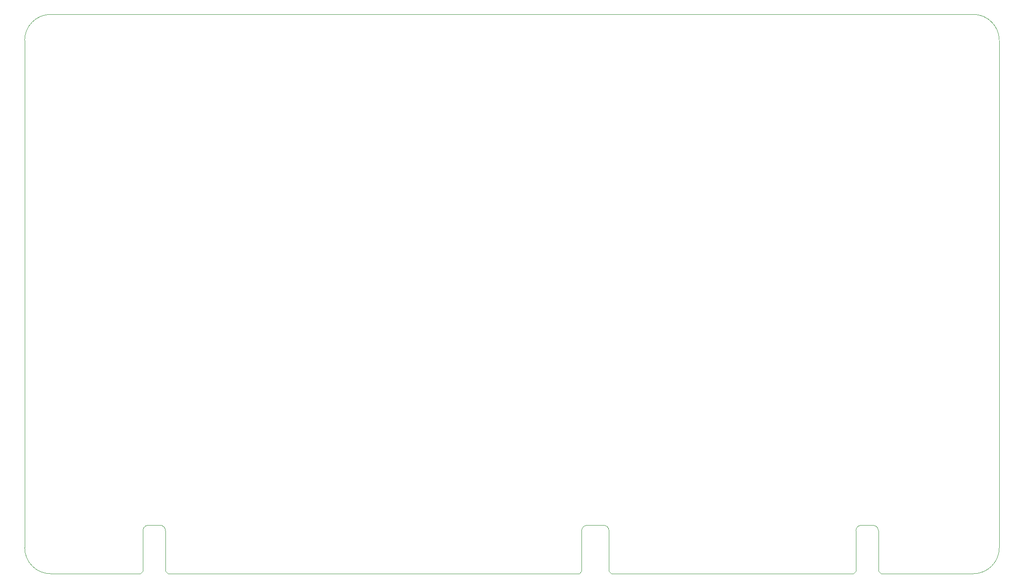
<source format=gm1>
%TF.GenerationSoftware,KiCad,Pcbnew,8.0.7*%
%TF.CreationDate,2025-01-29T17:23:37+02:00*%
%TF.ProjectId,PS2 Board,50533220-426f-4617-9264-2e6b69636164,rev?*%
%TF.SameCoordinates,Original*%
%TF.FileFunction,Profile,NP*%
%FSLAX46Y46*%
G04 Gerber Fmt 4.6, Leading zero omitted, Abs format (unit mm)*
G04 Created by KiCad (PCBNEW 8.0.7) date 2025-01-29 17:23:37*
%MOMM*%
%LPD*%
G01*
G04 APERTURE LIST*
%TA.AperFunction,Profile*%
%ADD10C,0.100000*%
%TD*%
G04 APERTURE END LIST*
D10*
X154959905Y-5080001D02*
X136969296Y-5080000D01*
X-29972000Y0D02*
X-29980000Y99060000D01*
X154959905Y104140000D02*
G75*
G02*
X160039900Y99060000I-5J-5080000D01*
G01*
X154959905Y104140000D02*
X-24872094Y104139999D01*
X-29980075Y99060000D02*
G75*
G02*
X-24872094Y104139997I5080074J0D01*
G01*
X160039905Y-1D02*
G75*
G02*
X154959905Y-5080005I-5080005J1D01*
G01*
X-24892000Y-5080000D02*
G75*
G02*
X-29972000Y0I2J5080002D01*
G01*
X160039905Y-1D02*
X160039905Y99060000D01*
X-7416800Y-5080000D02*
X-24892000Y-5080001D01*
%TO.C,J1*%
X135392248Y4386799D02*
G75*
G02*
X136469299Y3320000I5152J-1071899D01*
G01*
X132082248Y3320000D02*
G75*
G02*
X133159296Y4386852I1071952J-5100D01*
G01*
X82880200Y4386799D02*
G75*
G02*
X83957199Y3320000I5100J-1071899D01*
G01*
X78623248Y3320000D02*
G75*
G02*
X79700296Y4386852I1071952J-5100D01*
G01*
X-3606800Y4399799D02*
G75*
G02*
X-2529751Y3333000I5130J-1071919D01*
G01*
X-6916800Y3333000D02*
G75*
G02*
X-5839752Y4399799I1071932J-5133D01*
G01*
X136469296Y-4580000D02*
X136969296Y-5080000D01*
X136469296Y3320000D02*
X136469296Y-4580000D01*
X133159296Y4386799D02*
X135392248Y4386799D01*
X132082248Y-4580000D02*
X131582248Y-5080000D01*
X132082248Y3320000D02*
X132082248Y-4580000D01*
X131582248Y-5080000D02*
X84457248Y-5080000D01*
X83957248Y-4580000D02*
X84457248Y-5080000D01*
X83957248Y3320000D02*
X83957248Y-4580000D01*
X79700296Y4386799D02*
X82880200Y4386799D01*
X78623248Y-4580000D02*
X78123248Y-5080000D01*
X78623248Y3320000D02*
X78623248Y-4580000D01*
X78123248Y-5080000D02*
X-2029752Y-5080000D01*
X-2529752Y-4580000D02*
X-2029752Y-5080000D01*
X-2529752Y3333000D02*
X-2529752Y-4580000D01*
X-3606800Y4399799D02*
X-5839752Y4399799D01*
X-6916800Y-4580000D02*
X-7416800Y-5080000D01*
X-6916800Y3333000D02*
X-6916800Y-4580000D01*
%TD*%
M02*

</source>
